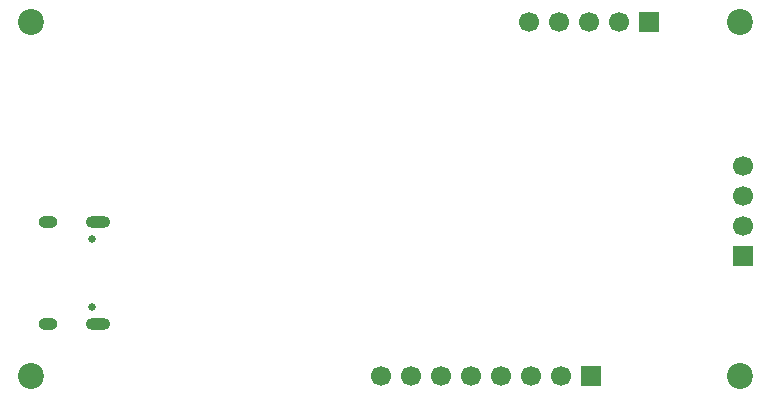
<source format=gbr>
%TF.GenerationSoftware,KiCad,Pcbnew,9.0.2*%
%TF.CreationDate,2025-08-19T18:25:56-04:00*%
%TF.ProjectId,GymDevice,47796d44-6576-4696-9365-2e6b69636164,rev?*%
%TF.SameCoordinates,Original*%
%TF.FileFunction,Soldermask,Bot*%
%TF.FilePolarity,Negative*%
%FSLAX46Y46*%
G04 Gerber Fmt 4.6, Leading zero omitted, Abs format (unit mm)*
G04 Created by KiCad (PCBNEW 9.0.2) date 2025-08-19 18:25:56*
%MOMM*%
%LPD*%
G01*
G04 APERTURE LIST*
%ADD10R,1.700000X1.700000*%
%ADD11C,1.700000*%
%ADD12C,2.200000*%
%ADD13C,0.650000*%
%ADD14O,2.100000X1.000000*%
%ADD15O,1.600000X1.000000*%
G04 APERTURE END LIST*
D10*
%TO.C,J2*%
X87725000Y-47300000D03*
D11*
X87725000Y-44760000D03*
X87725000Y-42220000D03*
X87725000Y-39680000D03*
%TD*%
D12*
%TO.C,REF\u002A\u002A*%
X27500000Y-27500000D03*
%TD*%
D10*
%TO.C,J5*%
X79790000Y-27500000D03*
D11*
X77250000Y-27500000D03*
X74710000Y-27500000D03*
X72170000Y-27500000D03*
X69630000Y-27500000D03*
%TD*%
D12*
%TO.C,REF\u002A\u002A*%
X87500000Y-27500000D03*
%TD*%
D13*
%TO.C,J4*%
X32600000Y-45826000D03*
X32600000Y-51606000D03*
D14*
X33130000Y-44396000D03*
D15*
X28950000Y-44396000D03*
D14*
X33130000Y-53036000D03*
D15*
X28950000Y-53036000D03*
%TD*%
D12*
%TO.C,REF\u002A\u002A*%
X27500000Y-57500000D03*
%TD*%
D10*
%TO.C,J3*%
X74870000Y-57500000D03*
D11*
X72330000Y-57500000D03*
X69790000Y-57500000D03*
X67250000Y-57500000D03*
X64710000Y-57500000D03*
X62170000Y-57500000D03*
X59630000Y-57500000D03*
X57090000Y-57500000D03*
%TD*%
D12*
%TO.C,REF\u002A\u002A*%
X87500000Y-57500000D03*
%TD*%
M02*

</source>
